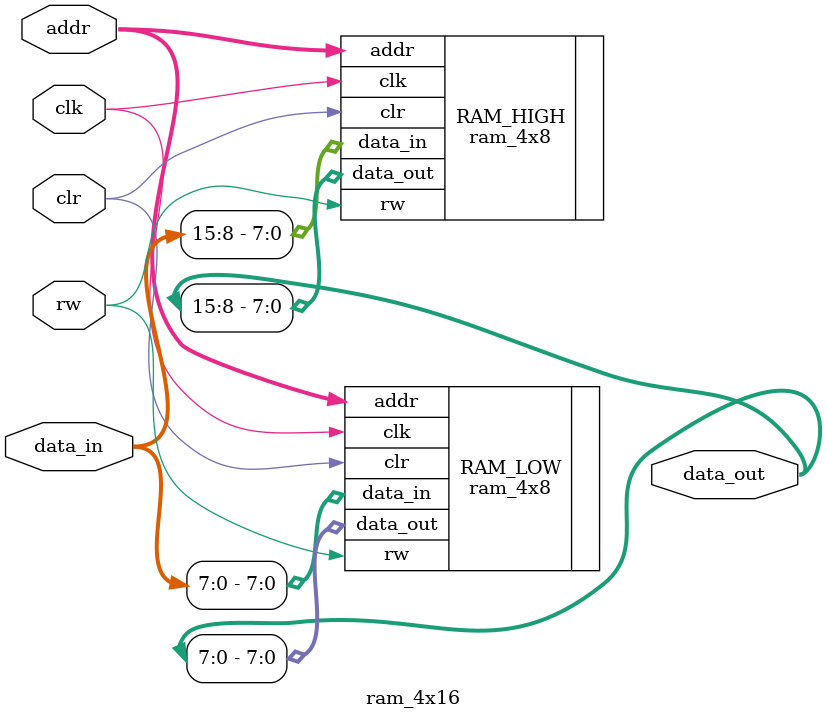
<source format=v>
module ram_4x16 (
    input clk,
    input rw,           // 1 = Escrita, 0 = Leitura
    input [1:0] addr,   // 4 endereços (2 bits)
    input clr,
    input [15:0] data_in, // Entrada de 16 bits
    output [15:0] data_out // Saída de 16 bits
);

    // --- Expansão de Palavra (Paralelismo) ---
    
    // Parte Baixa (Least Significant Byte - LSB)
    // Manipula os bits [7:0]
    ram_4x8 RAM_LOW (
        .clk(clk), 
        .rw(rw), 
        .clr(clr),
        .addr(addr),           // Mesmo endereço
        .data_in(data_in[7:0]), 
        .data_out(data_out[7:0])
    );

    // Parte Alta (Most Significant Byte - MSB)
    // Manipula os bits [15:8]
    ram_4x8 RAM_HIGH (
        .clk(clk), 
        .rw(rw), 
        .clr(clr),
        .addr(addr),           // Mesmo endereço
        .data_in(data_in[15:8]), 
        .data_out(data_out[15:8])
    );

endmodule
</source>
